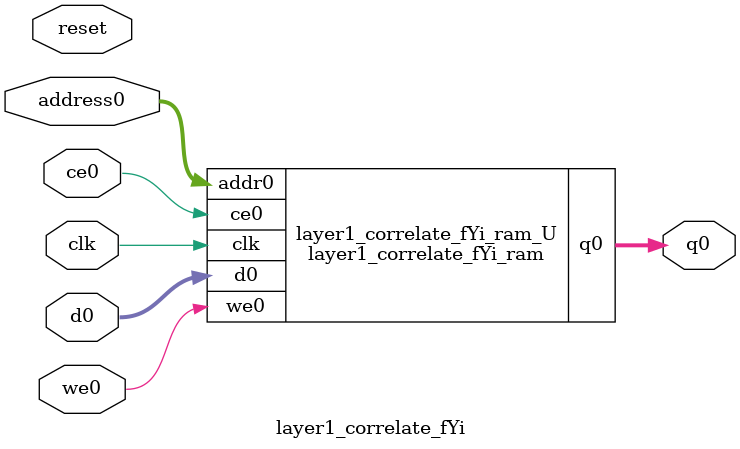
<source format=v>
`timescale 1 ns / 1 ps
module layer1_correlate_fYi_ram (addr0, ce0, d0, we0, q0,  clk);

parameter DWIDTH = 12;
parameter AWIDTH = 6;
parameter MEM_SIZE = 64;

input[AWIDTH-1:0] addr0;
input ce0;
input[DWIDTH-1:0] d0;
input we0;
output reg[DWIDTH-1:0] q0;
input clk;

(* ram_style = "distributed" *)reg [DWIDTH-1:0] ram[0:MEM_SIZE-1];




always @(posedge clk)  
begin 
    if (ce0) 
    begin
        if (we0) 
        begin 
            ram[addr0] <= d0; 
        end 
        q0 <= ram[addr0];
    end
end


endmodule

`timescale 1 ns / 1 ps
module layer1_correlate_fYi(
    reset,
    clk,
    address0,
    ce0,
    we0,
    d0,
    q0);

parameter DataWidth = 32'd12;
parameter AddressRange = 32'd64;
parameter AddressWidth = 32'd6;
input reset;
input clk;
input[AddressWidth - 1:0] address0;
input ce0;
input we0;
input[DataWidth - 1:0] d0;
output[DataWidth - 1:0] q0;



layer1_correlate_fYi_ram layer1_correlate_fYi_ram_U(
    .clk( clk ),
    .addr0( address0 ),
    .ce0( ce0 ),
    .we0( we0 ),
    .d0( d0 ),
    .q0( q0 ));

endmodule


</source>
